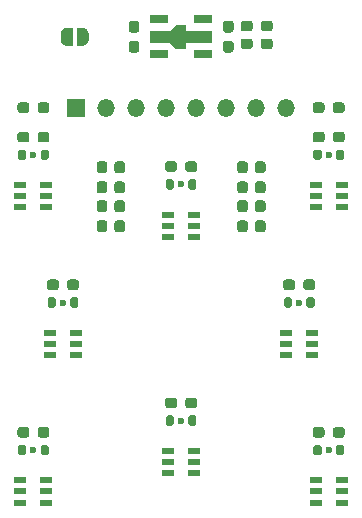
<source format=gbs>
G04 #@! TF.GenerationSoftware,KiCad,Pcbnew,(5.1.10-1-10_14)*
G04 #@! TF.CreationDate,2021-08-08T19:45:07+09:00*
G04 #@! TF.ProjectId,TouchController,546f7563-6843-46f6-9e74-726f6c6c6572,V1.1*
G04 #@! TF.SameCoordinates,Original*
G04 #@! TF.FileFunction,Soldermask,Bot*
G04 #@! TF.FilePolarity,Negative*
%FSLAX46Y46*%
G04 Gerber Fmt 4.6, Leading zero omitted, Abs format (unit mm)*
G04 Created by KiCad (PCBNEW (5.1.10-1-10_14)) date 2021-08-08 19:45:07*
%MOMM*%
%LPD*%
G01*
G04 APERTURE LIST*
%ADD10C,0.600000*%
%ADD11R,1.500000X0.700000*%
%ADD12C,0.100000*%
%ADD13R,1.060000X0.500000*%
%ADD14R,1.500000X1.500000*%
%ADD15O,1.500000X1.500000*%
G04 APERTURE END LIST*
D10*
X0Y-6500000D03*
G36*
G01*
X-600000Y-6225000D02*
X-600000Y-6775000D01*
G75*
G02*
X-775000Y-6950000I-175000J0D01*
G01*
X-1125000Y-6950000D01*
G75*
G02*
X-1300000Y-6775000I0J175000D01*
G01*
X-1300000Y-6225000D01*
G75*
G02*
X-1125000Y-6050000I175000J0D01*
G01*
X-775000Y-6050000D01*
G75*
G02*
X-600000Y-6225000I0J-175000D01*
G01*
G37*
G36*
G01*
X1300000Y-6225000D02*
X1300000Y-6775000D01*
G75*
G02*
X1125000Y-6950000I-175000J0D01*
G01*
X775000Y-6950000D01*
G75*
G02*
X600000Y-6775000I0J175000D01*
G01*
X600000Y-6225000D01*
G75*
G02*
X775000Y-6050000I175000J0D01*
G01*
X1125000Y-6050000D01*
G75*
G02*
X1300000Y-6225000I0J-175000D01*
G01*
G37*
X-10000000Y-16500000D03*
G36*
G01*
X-10600000Y-16225000D02*
X-10600000Y-16775000D01*
G75*
G02*
X-10775000Y-16950000I-175000J0D01*
G01*
X-11125000Y-16950000D01*
G75*
G02*
X-11300000Y-16775000I0J175000D01*
G01*
X-11300000Y-16225000D01*
G75*
G02*
X-11125000Y-16050000I175000J0D01*
G01*
X-10775000Y-16050000D01*
G75*
G02*
X-10600000Y-16225000I0J-175000D01*
G01*
G37*
G36*
G01*
X-8700000Y-16225000D02*
X-8700000Y-16775000D01*
G75*
G02*
X-8875000Y-16950000I-175000J0D01*
G01*
X-9225000Y-16950000D01*
G75*
G02*
X-9400000Y-16775000I0J175000D01*
G01*
X-9400000Y-16225000D01*
G75*
G02*
X-9225000Y-16050000I175000J0D01*
G01*
X-8875000Y-16050000D01*
G75*
G02*
X-8700000Y-16225000I0J-175000D01*
G01*
G37*
X0Y-26500000D03*
G36*
G01*
X600000Y-26775000D02*
X600000Y-26225000D01*
G75*
G02*
X775000Y-26050000I175000J0D01*
G01*
X1125000Y-26050000D01*
G75*
G02*
X1300000Y-26225000I0J-175000D01*
G01*
X1300000Y-26775000D01*
G75*
G02*
X1125000Y-26950000I-175000J0D01*
G01*
X775000Y-26950000D01*
G75*
G02*
X600000Y-26775000I0J175000D01*
G01*
G37*
G36*
G01*
X-1300000Y-26775000D02*
X-1300000Y-26225000D01*
G75*
G02*
X-1125000Y-26050000I175000J0D01*
G01*
X-775000Y-26050000D01*
G75*
G02*
X-600000Y-26225000I0J-175000D01*
G01*
X-600000Y-26775000D01*
G75*
G02*
X-775000Y-26950000I-175000J0D01*
G01*
X-1125000Y-26950000D01*
G75*
G02*
X-1300000Y-26775000I0J175000D01*
G01*
G37*
X10000000Y-16500000D03*
G36*
G01*
X10600000Y-16775000D02*
X10600000Y-16225000D01*
G75*
G02*
X10775000Y-16050000I175000J0D01*
G01*
X11125000Y-16050000D01*
G75*
G02*
X11300000Y-16225000I0J-175000D01*
G01*
X11300000Y-16775000D01*
G75*
G02*
X11125000Y-16950000I-175000J0D01*
G01*
X10775000Y-16950000D01*
G75*
G02*
X10600000Y-16775000I0J175000D01*
G01*
G37*
G36*
G01*
X8700000Y-16775000D02*
X8700000Y-16225000D01*
G75*
G02*
X8875000Y-16050000I175000J0D01*
G01*
X9225000Y-16050000D01*
G75*
G02*
X9400000Y-16225000I0J-175000D01*
G01*
X9400000Y-16775000D01*
G75*
G02*
X9225000Y-16950000I-175000J0D01*
G01*
X8875000Y-16950000D01*
G75*
G02*
X8700000Y-16775000I0J175000D01*
G01*
G37*
X12500000Y-4000000D03*
G36*
G01*
X11900000Y-3725000D02*
X11900000Y-4275000D01*
G75*
G02*
X11725000Y-4450000I-175000J0D01*
G01*
X11375000Y-4450000D01*
G75*
G02*
X11200000Y-4275000I0J175000D01*
G01*
X11200000Y-3725000D01*
G75*
G02*
X11375000Y-3550000I175000J0D01*
G01*
X11725000Y-3550000D01*
G75*
G02*
X11900000Y-3725000I0J-175000D01*
G01*
G37*
G36*
G01*
X13800000Y-3725000D02*
X13800000Y-4275000D01*
G75*
G02*
X13625000Y-4450000I-175000J0D01*
G01*
X13275000Y-4450000D01*
G75*
G02*
X13100000Y-4275000I0J175000D01*
G01*
X13100000Y-3725000D01*
G75*
G02*
X13275000Y-3550000I175000J0D01*
G01*
X13625000Y-3550000D01*
G75*
G02*
X13800000Y-3725000I0J-175000D01*
G01*
G37*
X-12500000Y-4000000D03*
G36*
G01*
X-13100000Y-3725000D02*
X-13100000Y-4275000D01*
G75*
G02*
X-13275000Y-4450000I-175000J0D01*
G01*
X-13625000Y-4450000D01*
G75*
G02*
X-13800000Y-4275000I0J175000D01*
G01*
X-13800000Y-3725000D01*
G75*
G02*
X-13625000Y-3550000I175000J0D01*
G01*
X-13275000Y-3550000D01*
G75*
G02*
X-13100000Y-3725000I0J-175000D01*
G01*
G37*
G36*
G01*
X-11200000Y-3725000D02*
X-11200000Y-4275000D01*
G75*
G02*
X-11375000Y-4450000I-175000J0D01*
G01*
X-11725000Y-4450000D01*
G75*
G02*
X-11900000Y-4275000I0J175000D01*
G01*
X-11900000Y-3725000D01*
G75*
G02*
X-11725000Y-3550000I175000J0D01*
G01*
X-11375000Y-3550000D01*
G75*
G02*
X-11200000Y-3725000I0J-175000D01*
G01*
G37*
X-12500000Y-29000000D03*
G36*
G01*
X-13100000Y-28725000D02*
X-13100000Y-29275000D01*
G75*
G02*
X-13275000Y-29450000I-175000J0D01*
G01*
X-13625000Y-29450000D01*
G75*
G02*
X-13800000Y-29275000I0J175000D01*
G01*
X-13800000Y-28725000D01*
G75*
G02*
X-13625000Y-28550000I175000J0D01*
G01*
X-13275000Y-28550000D01*
G75*
G02*
X-13100000Y-28725000I0J-175000D01*
G01*
G37*
G36*
G01*
X-11200000Y-28725000D02*
X-11200000Y-29275000D01*
G75*
G02*
X-11375000Y-29450000I-175000J0D01*
G01*
X-11725000Y-29450000D01*
G75*
G02*
X-11900000Y-29275000I0J175000D01*
G01*
X-11900000Y-28725000D01*
G75*
G02*
X-11725000Y-28550000I175000J0D01*
G01*
X-11375000Y-28550000D01*
G75*
G02*
X-11200000Y-28725000I0J-175000D01*
G01*
G37*
X12500000Y-29000000D03*
G36*
G01*
X11900000Y-28725000D02*
X11900000Y-29275000D01*
G75*
G02*
X11725000Y-29450000I-175000J0D01*
G01*
X11375000Y-29450000D01*
G75*
G02*
X11200000Y-29275000I0J175000D01*
G01*
X11200000Y-28725000D01*
G75*
G02*
X11375000Y-28550000I175000J0D01*
G01*
X11725000Y-28550000D01*
G75*
G02*
X11900000Y-28725000I0J-175000D01*
G01*
G37*
G36*
G01*
X13800000Y-28725000D02*
X13800000Y-29275000D01*
G75*
G02*
X13625000Y-29450000I-175000J0D01*
G01*
X13275000Y-29450000D01*
G75*
G02*
X13100000Y-29275000I0J175000D01*
G01*
X13100000Y-28725000D01*
G75*
G02*
X13275000Y-28550000I175000J0D01*
G01*
X13625000Y-28550000D01*
G75*
G02*
X13800000Y-28725000I0J-175000D01*
G01*
G37*
D11*
X-1850000Y7500000D03*
X-1850000Y4500000D03*
X1850000Y7500000D03*
X1850000Y4500000D03*
D12*
G36*
X-900000Y5500000D02*
G01*
X-2600000Y5500000D01*
X-2600000Y6500000D01*
X-900000Y6500000D01*
X-400000Y7000000D01*
X400000Y7000000D01*
X400000Y6500000D01*
X2600000Y6500000D01*
X2600000Y5500000D01*
X400000Y5500000D01*
X400000Y5000000D01*
X-400000Y5000000D01*
X-900000Y5500000D01*
G37*
D13*
X-1100000Y-10000000D03*
X-1100000Y-9050000D03*
X-1100000Y-10950000D03*
X1100000Y-10950000D03*
X1100000Y-10000000D03*
X1100000Y-9050000D03*
X-11100000Y-20000000D03*
X-11100000Y-19050000D03*
X-11100000Y-20950000D03*
X-8900000Y-20950000D03*
X-8900000Y-20000000D03*
X-8900000Y-19050000D03*
X-1100000Y-30000000D03*
X-1100000Y-29050000D03*
X-1100000Y-30950000D03*
X1100000Y-30950000D03*
X1100000Y-30000000D03*
X1100000Y-29050000D03*
X8900000Y-20000000D03*
X8900000Y-19050000D03*
X8900000Y-20950000D03*
X11100000Y-20950000D03*
X11100000Y-20000000D03*
X11100000Y-19050000D03*
X11400000Y-7500000D03*
X11400000Y-6550000D03*
X11400000Y-8450000D03*
X13600000Y-8450000D03*
X13600000Y-7500000D03*
X13600000Y-6550000D03*
X-13600000Y-7500000D03*
X-13600000Y-6550000D03*
X-13600000Y-8450000D03*
X-11400000Y-8450000D03*
X-11400000Y-7500000D03*
X-11400000Y-6550000D03*
X-13600000Y-32500000D03*
X-13600000Y-31550000D03*
X-13600000Y-33450000D03*
X-11400000Y-33450000D03*
X-11400000Y-32500000D03*
X-11400000Y-31550000D03*
X11400000Y-32500000D03*
X11400000Y-31550000D03*
X11400000Y-33450000D03*
X13600000Y-33450000D03*
X13600000Y-32500000D03*
X13600000Y-31550000D03*
G36*
G01*
X-6475000Y-10550000D02*
X-6925000Y-10550000D01*
G75*
G02*
X-7150000Y-10325000I0J225000D01*
G01*
X-7150000Y-9775000D01*
G75*
G02*
X-6925000Y-9550000I225000J0D01*
G01*
X-6475000Y-9550000D01*
G75*
G02*
X-6250000Y-9775000I0J-225000D01*
G01*
X-6250000Y-10325000D01*
G75*
G02*
X-6475000Y-10550000I-225000J0D01*
G01*
G37*
G36*
G01*
X-6475000Y-8850000D02*
X-6925000Y-8850000D01*
G75*
G02*
X-7150000Y-8625000I0J225000D01*
G01*
X-7150000Y-8075000D01*
G75*
G02*
X-6925000Y-7850000I225000J0D01*
G01*
X-6475000Y-7850000D01*
G75*
G02*
X-6250000Y-8075000I0J-225000D01*
G01*
X-6250000Y-8625000D01*
G75*
G02*
X-6475000Y-8850000I-225000J0D01*
G01*
G37*
G36*
G01*
X-6475000Y-7250000D02*
X-6925000Y-7250000D01*
G75*
G02*
X-7150000Y-7025000I0J225000D01*
G01*
X-7150000Y-6475000D01*
G75*
G02*
X-6925000Y-6250000I225000J0D01*
G01*
X-6475000Y-6250000D01*
G75*
G02*
X-6250000Y-6475000I0J-225000D01*
G01*
X-6250000Y-7025000D01*
G75*
G02*
X-6475000Y-7250000I-225000J0D01*
G01*
G37*
G36*
G01*
X-6475000Y-5550000D02*
X-6925000Y-5550000D01*
G75*
G02*
X-7150000Y-5325000I0J225000D01*
G01*
X-7150000Y-4775000D01*
G75*
G02*
X-6925000Y-4550000I225000J0D01*
G01*
X-6475000Y-4550000D01*
G75*
G02*
X-6250000Y-4775000I0J-225000D01*
G01*
X-6250000Y-5325000D01*
G75*
G02*
X-6475000Y-5550000I-225000J0D01*
G01*
G37*
G36*
G01*
X-4975000Y-10550000D02*
X-5425000Y-10550000D01*
G75*
G02*
X-5650000Y-10325000I0J225000D01*
G01*
X-5650000Y-9775000D01*
G75*
G02*
X-5425000Y-9550000I225000J0D01*
G01*
X-4975000Y-9550000D01*
G75*
G02*
X-4750000Y-9775000I0J-225000D01*
G01*
X-4750000Y-10325000D01*
G75*
G02*
X-4975000Y-10550000I-225000J0D01*
G01*
G37*
G36*
G01*
X-4975000Y-8850000D02*
X-5425000Y-8850000D01*
G75*
G02*
X-5650000Y-8625000I0J225000D01*
G01*
X-5650000Y-8075000D01*
G75*
G02*
X-5425000Y-7850000I225000J0D01*
G01*
X-4975000Y-7850000D01*
G75*
G02*
X-4750000Y-8075000I0J-225000D01*
G01*
X-4750000Y-8625000D01*
G75*
G02*
X-4975000Y-8850000I-225000J0D01*
G01*
G37*
G36*
G01*
X-4975000Y-7250000D02*
X-5425000Y-7250000D01*
G75*
G02*
X-5650000Y-7025000I0J225000D01*
G01*
X-5650000Y-6475000D01*
G75*
G02*
X-5425000Y-6250000I225000J0D01*
G01*
X-4975000Y-6250000D01*
G75*
G02*
X-4750000Y-6475000I0J-225000D01*
G01*
X-4750000Y-7025000D01*
G75*
G02*
X-4975000Y-7250000I-225000J0D01*
G01*
G37*
G36*
G01*
X-4975000Y-5550000D02*
X-5425000Y-5550000D01*
G75*
G02*
X-5650000Y-5325000I0J225000D01*
G01*
X-5650000Y-4775000D01*
G75*
G02*
X-5425000Y-4550000I225000J0D01*
G01*
X-4975000Y-4550000D01*
G75*
G02*
X-4750000Y-4775000I0J-225000D01*
G01*
X-4750000Y-5325000D01*
G75*
G02*
X-4975000Y-5550000I-225000J0D01*
G01*
G37*
G36*
G01*
X5425000Y-10550000D02*
X4975000Y-10550000D01*
G75*
G02*
X4750000Y-10325000I0J225000D01*
G01*
X4750000Y-9775000D01*
G75*
G02*
X4975000Y-9550000I225000J0D01*
G01*
X5425000Y-9550000D01*
G75*
G02*
X5650000Y-9775000I0J-225000D01*
G01*
X5650000Y-10325000D01*
G75*
G02*
X5425000Y-10550000I-225000J0D01*
G01*
G37*
G36*
G01*
X5425000Y-8850000D02*
X4975000Y-8850000D01*
G75*
G02*
X4750000Y-8625000I0J225000D01*
G01*
X4750000Y-8075000D01*
G75*
G02*
X4975000Y-7850000I225000J0D01*
G01*
X5425000Y-7850000D01*
G75*
G02*
X5650000Y-8075000I0J-225000D01*
G01*
X5650000Y-8625000D01*
G75*
G02*
X5425000Y-8850000I-225000J0D01*
G01*
G37*
G36*
G01*
X5425000Y-7250000D02*
X4975000Y-7250000D01*
G75*
G02*
X4750000Y-7025000I0J225000D01*
G01*
X4750000Y-6475000D01*
G75*
G02*
X4975000Y-6250000I225000J0D01*
G01*
X5425000Y-6250000D01*
G75*
G02*
X5650000Y-6475000I0J-225000D01*
G01*
X5650000Y-7025000D01*
G75*
G02*
X5425000Y-7250000I-225000J0D01*
G01*
G37*
G36*
G01*
X5425000Y-5550000D02*
X4975000Y-5550000D01*
G75*
G02*
X4750000Y-5325000I0J225000D01*
G01*
X4750000Y-4775000D01*
G75*
G02*
X4975000Y-4550000I225000J0D01*
G01*
X5425000Y-4550000D01*
G75*
G02*
X5650000Y-4775000I0J-225000D01*
G01*
X5650000Y-5325000D01*
G75*
G02*
X5425000Y-5550000I-225000J0D01*
G01*
G37*
G36*
G01*
X6925000Y-10550000D02*
X6475000Y-10550000D01*
G75*
G02*
X6250000Y-10325000I0J225000D01*
G01*
X6250000Y-9775000D01*
G75*
G02*
X6475000Y-9550000I225000J0D01*
G01*
X6925000Y-9550000D01*
G75*
G02*
X7150000Y-9775000I0J-225000D01*
G01*
X7150000Y-10325000D01*
G75*
G02*
X6925000Y-10550000I-225000J0D01*
G01*
G37*
G36*
G01*
X6925000Y-8850000D02*
X6475000Y-8850000D01*
G75*
G02*
X6250000Y-8625000I0J225000D01*
G01*
X6250000Y-8075000D01*
G75*
G02*
X6475000Y-7850000I225000J0D01*
G01*
X6925000Y-7850000D01*
G75*
G02*
X7150000Y-8075000I0J-225000D01*
G01*
X7150000Y-8625000D01*
G75*
G02*
X6925000Y-8850000I-225000J0D01*
G01*
G37*
G36*
G01*
X6925000Y-7250000D02*
X6475000Y-7250000D01*
G75*
G02*
X6250000Y-7025000I0J225000D01*
G01*
X6250000Y-6475000D01*
G75*
G02*
X6475000Y-6250000I225000J0D01*
G01*
X6925000Y-6250000D01*
G75*
G02*
X7150000Y-6475000I0J-225000D01*
G01*
X7150000Y-7025000D01*
G75*
G02*
X6925000Y-7250000I-225000J0D01*
G01*
G37*
G36*
G01*
X6925000Y-5550000D02*
X6475000Y-5550000D01*
G75*
G02*
X6250000Y-5325000I0J225000D01*
G01*
X6250000Y-4775000D01*
G75*
G02*
X6475000Y-4550000I225000J0D01*
G01*
X6925000Y-4550000D01*
G75*
G02*
X7150000Y-4775000I0J-225000D01*
G01*
X7150000Y-5325000D01*
G75*
G02*
X6925000Y-5550000I-225000J0D01*
G01*
G37*
G36*
G01*
X1350000Y-4775000D02*
X1350000Y-5225000D01*
G75*
G02*
X1125000Y-5450000I-225000J0D01*
G01*
X575000Y-5450000D01*
G75*
G02*
X350000Y-5225000I0J225000D01*
G01*
X350000Y-4775000D01*
G75*
G02*
X575000Y-4550000I225000J0D01*
G01*
X1125000Y-4550000D01*
G75*
G02*
X1350000Y-4775000I0J-225000D01*
G01*
G37*
G36*
G01*
X-350000Y-4775000D02*
X-350000Y-5225000D01*
G75*
G02*
X-575000Y-5450000I-225000J0D01*
G01*
X-1125000Y-5450000D01*
G75*
G02*
X-1350000Y-5225000I0J225000D01*
G01*
X-1350000Y-4775000D01*
G75*
G02*
X-1125000Y-4550000I225000J0D01*
G01*
X-575000Y-4550000D01*
G75*
G02*
X-350000Y-4775000I0J-225000D01*
G01*
G37*
G36*
G01*
X-8650000Y-14775000D02*
X-8650000Y-15225000D01*
G75*
G02*
X-8875000Y-15450000I-225000J0D01*
G01*
X-9425000Y-15450000D01*
G75*
G02*
X-9650000Y-15225000I0J225000D01*
G01*
X-9650000Y-14775000D01*
G75*
G02*
X-9425000Y-14550000I225000J0D01*
G01*
X-8875000Y-14550000D01*
G75*
G02*
X-8650000Y-14775000I0J-225000D01*
G01*
G37*
G36*
G01*
X-10350000Y-14775000D02*
X-10350000Y-15225000D01*
G75*
G02*
X-10575000Y-15450000I-225000J0D01*
G01*
X-11125000Y-15450000D01*
G75*
G02*
X-11350000Y-15225000I0J225000D01*
G01*
X-11350000Y-14775000D01*
G75*
G02*
X-11125000Y-14550000I225000J0D01*
G01*
X-10575000Y-14550000D01*
G75*
G02*
X-10350000Y-14775000I0J-225000D01*
G01*
G37*
G36*
G01*
X1350000Y-24775000D02*
X1350000Y-25225000D01*
G75*
G02*
X1125000Y-25450000I-225000J0D01*
G01*
X575000Y-25450000D01*
G75*
G02*
X350000Y-25225000I0J225000D01*
G01*
X350000Y-24775000D01*
G75*
G02*
X575000Y-24550000I225000J0D01*
G01*
X1125000Y-24550000D01*
G75*
G02*
X1350000Y-24775000I0J-225000D01*
G01*
G37*
G36*
G01*
X-350000Y-24775000D02*
X-350000Y-25225000D01*
G75*
G02*
X-575000Y-25450000I-225000J0D01*
G01*
X-1125000Y-25450000D01*
G75*
G02*
X-1350000Y-25225000I0J225000D01*
G01*
X-1350000Y-24775000D01*
G75*
G02*
X-1125000Y-24550000I225000J0D01*
G01*
X-575000Y-24550000D01*
G75*
G02*
X-350000Y-24775000I0J-225000D01*
G01*
G37*
G36*
G01*
X11350000Y-14775000D02*
X11350000Y-15225000D01*
G75*
G02*
X11125000Y-15450000I-225000J0D01*
G01*
X10575000Y-15450000D01*
G75*
G02*
X10350000Y-15225000I0J225000D01*
G01*
X10350000Y-14775000D01*
G75*
G02*
X10575000Y-14550000I225000J0D01*
G01*
X11125000Y-14550000D01*
G75*
G02*
X11350000Y-14775000I0J-225000D01*
G01*
G37*
G36*
G01*
X9650000Y-14775000D02*
X9650000Y-15225000D01*
G75*
G02*
X9425000Y-15450000I-225000J0D01*
G01*
X8875000Y-15450000D01*
G75*
G02*
X8650000Y-15225000I0J225000D01*
G01*
X8650000Y-14775000D01*
G75*
G02*
X8875000Y-14550000I225000J0D01*
G01*
X9425000Y-14550000D01*
G75*
G02*
X9650000Y-14775000I0J-225000D01*
G01*
G37*
G36*
G01*
X13850000Y-2275000D02*
X13850000Y-2725000D01*
G75*
G02*
X13625000Y-2950000I-225000J0D01*
G01*
X13075000Y-2950000D01*
G75*
G02*
X12850000Y-2725000I0J225000D01*
G01*
X12850000Y-2275000D01*
G75*
G02*
X13075000Y-2050000I225000J0D01*
G01*
X13625000Y-2050000D01*
G75*
G02*
X13850000Y-2275000I0J-225000D01*
G01*
G37*
G36*
G01*
X12150000Y-2275000D02*
X12150000Y-2725000D01*
G75*
G02*
X11925000Y-2950000I-225000J0D01*
G01*
X11375000Y-2950000D01*
G75*
G02*
X11150000Y-2725000I0J225000D01*
G01*
X11150000Y-2275000D01*
G75*
G02*
X11375000Y-2050000I225000J0D01*
G01*
X11925000Y-2050000D01*
G75*
G02*
X12150000Y-2275000I0J-225000D01*
G01*
G37*
G36*
G01*
X-11150000Y-2275000D02*
X-11150000Y-2725000D01*
G75*
G02*
X-11375000Y-2950000I-225000J0D01*
G01*
X-11925000Y-2950000D01*
G75*
G02*
X-12150000Y-2725000I0J225000D01*
G01*
X-12150000Y-2275000D01*
G75*
G02*
X-11925000Y-2050000I225000J0D01*
G01*
X-11375000Y-2050000D01*
G75*
G02*
X-11150000Y-2275000I0J-225000D01*
G01*
G37*
G36*
G01*
X-12850000Y-2275000D02*
X-12850000Y-2725000D01*
G75*
G02*
X-13075000Y-2950000I-225000J0D01*
G01*
X-13625000Y-2950000D01*
G75*
G02*
X-13850000Y-2725000I0J225000D01*
G01*
X-13850000Y-2275000D01*
G75*
G02*
X-13625000Y-2050000I225000J0D01*
G01*
X-13075000Y-2050000D01*
G75*
G02*
X-12850000Y-2275000I0J-225000D01*
G01*
G37*
G36*
G01*
X-11150000Y-27275000D02*
X-11150000Y-27725000D01*
G75*
G02*
X-11375000Y-27950000I-225000J0D01*
G01*
X-11925000Y-27950000D01*
G75*
G02*
X-12150000Y-27725000I0J225000D01*
G01*
X-12150000Y-27275000D01*
G75*
G02*
X-11925000Y-27050000I225000J0D01*
G01*
X-11375000Y-27050000D01*
G75*
G02*
X-11150000Y-27275000I0J-225000D01*
G01*
G37*
G36*
G01*
X-12850000Y-27275000D02*
X-12850000Y-27725000D01*
G75*
G02*
X-13075000Y-27950000I-225000J0D01*
G01*
X-13625000Y-27950000D01*
G75*
G02*
X-13850000Y-27725000I0J225000D01*
G01*
X-13850000Y-27275000D01*
G75*
G02*
X-13625000Y-27050000I225000J0D01*
G01*
X-13075000Y-27050000D01*
G75*
G02*
X-12850000Y-27275000I0J-225000D01*
G01*
G37*
G36*
G01*
X13850000Y-27275000D02*
X13850000Y-27725000D01*
G75*
G02*
X13625000Y-27950000I-225000J0D01*
G01*
X13075000Y-27950000D01*
G75*
G02*
X12850000Y-27725000I0J225000D01*
G01*
X12850000Y-27275000D01*
G75*
G02*
X13075000Y-27050000I225000J0D01*
G01*
X13625000Y-27050000D01*
G75*
G02*
X13850000Y-27275000I0J-225000D01*
G01*
G37*
G36*
G01*
X12150000Y-27275000D02*
X12150000Y-27725000D01*
G75*
G02*
X11925000Y-27950000I-225000J0D01*
G01*
X11375000Y-27950000D01*
G75*
G02*
X11150000Y-27725000I0J225000D01*
G01*
X11150000Y-27275000D01*
G75*
G02*
X11375000Y-27050000I225000J0D01*
G01*
X11925000Y-27050000D01*
G75*
G02*
X12150000Y-27275000I0J-225000D01*
G01*
G37*
G36*
G01*
X7750000Y7125000D02*
X7750000Y6675000D01*
G75*
G02*
X7525000Y6450000I-225000J0D01*
G01*
X6975000Y6450000D01*
G75*
G02*
X6750000Y6675000I0J225000D01*
G01*
X6750000Y7125000D01*
G75*
G02*
X6975000Y7350000I225000J0D01*
G01*
X7525000Y7350000D01*
G75*
G02*
X7750000Y7125000I0J-225000D01*
G01*
G37*
G36*
G01*
X6050000Y7125000D02*
X6050000Y6675000D01*
G75*
G02*
X5825000Y6450000I-225000J0D01*
G01*
X5275000Y6450000D01*
G75*
G02*
X5050000Y6675000I0J225000D01*
G01*
X5050000Y7125000D01*
G75*
G02*
X5275000Y7350000I225000J0D01*
G01*
X5825000Y7350000D01*
G75*
G02*
X6050000Y7125000I0J-225000D01*
G01*
G37*
D12*
G36*
X-8825000Y6750000D02*
G01*
X-8325000Y6750000D01*
X-8325000Y6749398D01*
X-8300466Y6749398D01*
X-8251635Y6744588D01*
X-8203510Y6735016D01*
X-8156555Y6720772D01*
X-8111222Y6701995D01*
X-8067949Y6678864D01*
X-8027150Y6651604D01*
X-7989221Y6620476D01*
X-7954524Y6585779D01*
X-7923396Y6547850D01*
X-7896136Y6507051D01*
X-7873005Y6463778D01*
X-7854228Y6418445D01*
X-7839984Y6371490D01*
X-7830412Y6323365D01*
X-7825602Y6274534D01*
X-7825602Y6250000D01*
X-7825000Y6250000D01*
X-7825000Y5750000D01*
X-7825602Y5750000D01*
X-7825602Y5725466D01*
X-7830412Y5676635D01*
X-7839984Y5628510D01*
X-7854228Y5581555D01*
X-7873005Y5536222D01*
X-7896136Y5492949D01*
X-7923396Y5452150D01*
X-7954524Y5414221D01*
X-7989221Y5379524D01*
X-8027150Y5348396D01*
X-8067949Y5321136D01*
X-8111222Y5298005D01*
X-8156555Y5279228D01*
X-8203510Y5264984D01*
X-8251635Y5255412D01*
X-8300466Y5250602D01*
X-8325000Y5250602D01*
X-8325000Y5250000D01*
X-8825000Y5250000D01*
X-8825000Y6750000D01*
G37*
G36*
X-9675000Y5250602D02*
G01*
X-9699534Y5250602D01*
X-9748365Y5255412D01*
X-9796490Y5264984D01*
X-9843445Y5279228D01*
X-9888778Y5298005D01*
X-9932051Y5321136D01*
X-9972850Y5348396D01*
X-10010779Y5379524D01*
X-10045476Y5414221D01*
X-10076604Y5452150D01*
X-10103864Y5492949D01*
X-10126995Y5536222D01*
X-10145772Y5581555D01*
X-10160016Y5628510D01*
X-10169588Y5676635D01*
X-10174398Y5725466D01*
X-10174398Y5750000D01*
X-10175000Y5750000D01*
X-10175000Y6250000D01*
X-10174398Y6250000D01*
X-10174398Y6274534D01*
X-10169588Y6323365D01*
X-10160016Y6371490D01*
X-10145772Y6418445D01*
X-10126995Y6463778D01*
X-10103864Y6507051D01*
X-10076604Y6547850D01*
X-10045476Y6585779D01*
X-10010779Y6620476D01*
X-9972850Y6651604D01*
X-9932051Y6678864D01*
X-9888778Y6701995D01*
X-9843445Y6720772D01*
X-9796490Y6735016D01*
X-9748365Y6744588D01*
X-9699534Y6749398D01*
X-9675000Y6749398D01*
X-9675000Y6750000D01*
X-9175000Y6750000D01*
X-9175000Y5250000D01*
X-9675000Y5250000D01*
X-9675000Y5250602D01*
G37*
D14*
X-8890000Y0D03*
D15*
X-6350000Y0D03*
X-3810000Y0D03*
X-1270000Y0D03*
X1270000Y0D03*
X3810000Y0D03*
X6350000Y0D03*
X8890000Y0D03*
G36*
G01*
X7750000Y5625000D02*
X7750000Y5175000D01*
G75*
G02*
X7525000Y4950000I-225000J0D01*
G01*
X6975000Y4950000D01*
G75*
G02*
X6750000Y5175000I0J225000D01*
G01*
X6750000Y5625000D01*
G75*
G02*
X6975000Y5850000I225000J0D01*
G01*
X7525000Y5850000D01*
G75*
G02*
X7750000Y5625000I0J-225000D01*
G01*
G37*
G36*
G01*
X6050000Y5625000D02*
X6050000Y5175000D01*
G75*
G02*
X5825000Y4950000I-225000J0D01*
G01*
X5275000Y4950000D01*
G75*
G02*
X5050000Y5175000I0J225000D01*
G01*
X5050000Y5625000D01*
G75*
G02*
X5275000Y5850000I225000J0D01*
G01*
X5825000Y5850000D01*
G75*
G02*
X6050000Y5625000I0J-225000D01*
G01*
G37*
G36*
G01*
X-3775000Y4650000D02*
X-4225000Y4650000D01*
G75*
G02*
X-4450000Y4875000I0J225000D01*
G01*
X-4450000Y5425000D01*
G75*
G02*
X-4225000Y5650000I225000J0D01*
G01*
X-3775000Y5650000D01*
G75*
G02*
X-3550000Y5425000I0J-225000D01*
G01*
X-3550000Y4875000D01*
G75*
G02*
X-3775000Y4650000I-225000J0D01*
G01*
G37*
G36*
G01*
X-3775000Y6350000D02*
X-4225000Y6350000D01*
G75*
G02*
X-4450000Y6575000I0J225000D01*
G01*
X-4450000Y7125000D01*
G75*
G02*
X-4225000Y7350000I225000J0D01*
G01*
X-3775000Y7350000D01*
G75*
G02*
X-3550000Y7125000I0J-225000D01*
G01*
X-3550000Y6575000D01*
G75*
G02*
X-3775000Y6350000I-225000J0D01*
G01*
G37*
G36*
G01*
X3775000Y7350000D02*
X4225000Y7350000D01*
G75*
G02*
X4450000Y7125000I0J-225000D01*
G01*
X4450000Y6575000D01*
G75*
G02*
X4225000Y6350000I-225000J0D01*
G01*
X3775000Y6350000D01*
G75*
G02*
X3550000Y6575000I0J225000D01*
G01*
X3550000Y7125000D01*
G75*
G02*
X3775000Y7350000I225000J0D01*
G01*
G37*
G36*
G01*
X3775000Y5650000D02*
X4225000Y5650000D01*
G75*
G02*
X4450000Y5425000I0J-225000D01*
G01*
X4450000Y4875000D01*
G75*
G02*
X4225000Y4650000I-225000J0D01*
G01*
X3775000Y4650000D01*
G75*
G02*
X3550000Y4875000I0J225000D01*
G01*
X3550000Y5425000D01*
G75*
G02*
X3775000Y5650000I225000J0D01*
G01*
G37*
G36*
G01*
X-11150000Y225000D02*
X-11150000Y-225000D01*
G75*
G02*
X-11375000Y-450000I-225000J0D01*
G01*
X-11925000Y-450000D01*
G75*
G02*
X-12150000Y-225000I0J225000D01*
G01*
X-12150000Y225000D01*
G75*
G02*
X-11925000Y450000I225000J0D01*
G01*
X-11375000Y450000D01*
G75*
G02*
X-11150000Y225000I0J-225000D01*
G01*
G37*
G36*
G01*
X-12850000Y225000D02*
X-12850000Y-225000D01*
G75*
G02*
X-13075000Y-450000I-225000J0D01*
G01*
X-13625000Y-450000D01*
G75*
G02*
X-13850000Y-225000I0J225000D01*
G01*
X-13850000Y225000D01*
G75*
G02*
X-13625000Y450000I225000J0D01*
G01*
X-13075000Y450000D01*
G75*
G02*
X-12850000Y225000I0J-225000D01*
G01*
G37*
G36*
G01*
X11150000Y-225000D02*
X11150000Y225000D01*
G75*
G02*
X11375000Y450000I225000J0D01*
G01*
X11925000Y450000D01*
G75*
G02*
X12150000Y225000I0J-225000D01*
G01*
X12150000Y-225000D01*
G75*
G02*
X11925000Y-450000I-225000J0D01*
G01*
X11375000Y-450000D01*
G75*
G02*
X11150000Y-225000I0J225000D01*
G01*
G37*
G36*
G01*
X12850000Y-225000D02*
X12850000Y225000D01*
G75*
G02*
X13075000Y450000I225000J0D01*
G01*
X13625000Y450000D01*
G75*
G02*
X13850000Y225000I0J-225000D01*
G01*
X13850000Y-225000D01*
G75*
G02*
X13625000Y-450000I-225000J0D01*
G01*
X13075000Y-450000D01*
G75*
G02*
X12850000Y-225000I0J225000D01*
G01*
G37*
M02*

</source>
